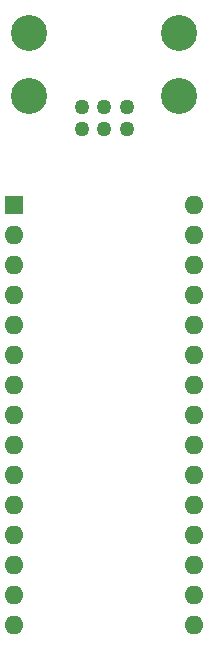
<source format=gbr>
%TF.GenerationSoftware,KiCad,Pcbnew,8.0.2*%
%TF.CreationDate,2024-05-07T22:28:17+02:00*%
%TF.ProjectId,WIITEST,57494954-4553-4542-9e6b-696361645f70,rev?*%
%TF.SameCoordinates,Original*%
%TF.FileFunction,Soldermask,Bot*%
%TF.FilePolarity,Negative*%
%FSLAX46Y46*%
G04 Gerber Fmt 4.6, Leading zero omitted, Abs format (unit mm)*
G04 Created by KiCad (PCBNEW 8.0.2) date 2024-05-07 22:28:17*
%MOMM*%
%LPD*%
G01*
G04 APERTURE LIST*
%ADD10C,1.270000*%
%ADD11C,3.048000*%
%ADD12R,1.600000X1.600000*%
%ADD13O,1.600000X1.600000*%
G04 APERTURE END LIST*
D10*
%TO.C,U1*%
X121252000Y-61571200D03*
X121252000Y-63476200D03*
X123157000Y-61571200D03*
X123157000Y-63476200D03*
X125062000Y-61571200D03*
X125062000Y-63476200D03*
D11*
X129507000Y-60682200D03*
X129507000Y-55348200D03*
X116807000Y-60682200D03*
X116807000Y-55348200D03*
%TD*%
D12*
%TO.C,A1*%
X115547000Y-69875400D03*
D13*
X115547000Y-72415400D03*
X115547000Y-74955400D03*
X115547000Y-77495400D03*
X115547000Y-80035400D03*
X115547000Y-82575400D03*
X115547000Y-85115400D03*
X115547000Y-87655400D03*
X115547000Y-90195400D03*
X115547000Y-92735400D03*
X115547000Y-95275400D03*
X115547000Y-97815400D03*
X115547000Y-100355400D03*
X115547000Y-102895400D03*
X115547000Y-105435400D03*
X130787000Y-105435400D03*
X130787000Y-102895400D03*
X130787000Y-100355400D03*
X130787000Y-97815400D03*
X130787000Y-95275400D03*
X130787000Y-92735400D03*
X130787000Y-90195400D03*
X130787000Y-87655400D03*
X130787000Y-85115400D03*
X130787000Y-82575400D03*
X130787000Y-80035400D03*
X130787000Y-77495400D03*
X130787000Y-74955400D03*
X130787000Y-72415400D03*
X130787000Y-69875400D03*
%TD*%
M02*

</source>
